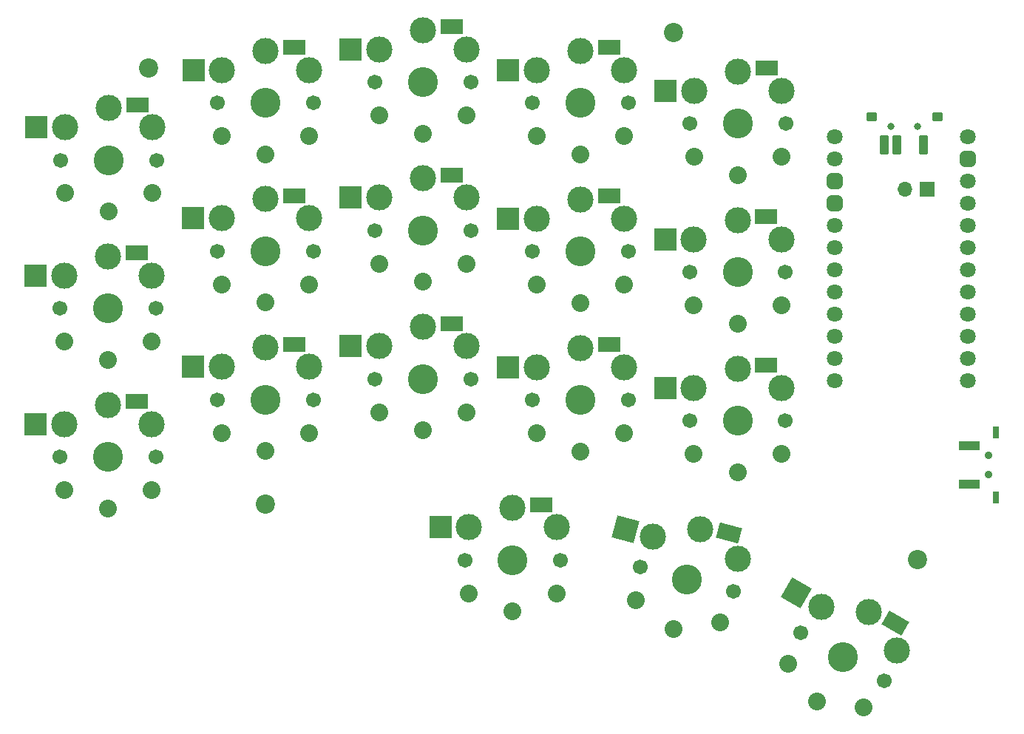
<source format=gbr>
%TF.GenerationSoftware,KiCad,Pcbnew,8.0.4*%
%TF.CreationDate,2024-09-03T01:42:14+07:00*%
%TF.ProjectId,chocowi36-rounded,63686f63-6f77-4693-9336-2d726f756e64,rev?*%
%TF.SameCoordinates,Original*%
%TF.FileFunction,Soldermask,Top*%
%TF.FilePolarity,Negative*%
%FSLAX46Y46*%
G04 Gerber Fmt 4.6, Leading zero omitted, Abs format (unit mm)*
G04 Created by KiCad (PCBNEW 8.0.4) date 2024-09-03 01:42:14*
%MOMM*%
%LPD*%
G01*
G04 APERTURE LIST*
G04 Aperture macros list*
%AMRoundRect*
0 Rectangle with rounded corners*
0 $1 Rounding radius*
0 $2 $3 $4 $5 $6 $7 $8 $9 X,Y pos of 4 corners*
0 Add a 4 corners polygon primitive as box body*
4,1,4,$2,$3,$4,$5,$6,$7,$8,$9,$2,$3,0*
0 Add four circle primitives for the rounded corners*
1,1,$1+$1,$2,$3*
1,1,$1+$1,$4,$5*
1,1,$1+$1,$6,$7*
1,1,$1+$1,$8,$9*
0 Add four rect primitives between the rounded corners*
20,1,$1+$1,$2,$3,$4,$5,0*
20,1,$1+$1,$4,$5,$6,$7,0*
20,1,$1+$1,$6,$7,$8,$9,0*
20,1,$1+$1,$8,$9,$2,$3,0*%
%AMRotRect*
0 Rectangle, with rotation*
0 The origin of the aperture is its center*
0 $1 length*
0 $2 width*
0 $3 Rotation angle, in degrees counterclockwise*
0 Add horizontal line*
21,1,$1,$2,0,0,$3*%
G04 Aperture macros list end*
%ADD10C,1.701800*%
%ADD11C,3.000000*%
%ADD12C,3.429000*%
%ADD13C,2.032000*%
%ADD14R,2.625000X1.800000*%
%ADD15R,2.600000X2.600000*%
%ADD16RotRect,2.625000X1.800000X345.000000*%
%ADD17RotRect,2.600000X2.600000X345.000000*%
%ADD18RotRect,2.625000X1.800000X330.000000*%
%ADD19RotRect,2.600000X2.600000X330.000000*%
%ADD20C,2.200000*%
%ADD21C,0.800000*%
%ADD22RoundRect,0.101600X-0.400000X-1.000000X0.400000X-1.000000X0.400000X1.000000X-0.400000X1.000000X0*%
%ADD23RoundRect,0.101600X-0.500000X-0.400000X0.500000X-0.400000X0.500000X0.400000X-0.500000X0.400000X0*%
%ADD24C,0.900000*%
%ADD25R,2.435000X1.100000*%
%ADD26R,0.800000X1.450000*%
%ADD27O,1.700000X1.700000*%
%ADD28R,1.700000X1.700000*%
%ADD29C,1.800000*%
%ADD30RoundRect,0.450000X0.450000X0.450000X-0.450000X0.450000X-0.450000X-0.450000X0.450000X-0.450000X0*%
G04 APERTURE END LIST*
D10*
%TO.C,SW2*%
X80410000Y-65580000D03*
D11*
X80910000Y-61830000D03*
X85910000Y-59630000D03*
D12*
X85910000Y-65580000D03*
D11*
X90910000Y-61830000D03*
D10*
X91410000Y-65580000D03*
D13*
X85910000Y-71480000D03*
D14*
X89197500Y-59230000D03*
D15*
X77635000Y-61830000D03*
D13*
X80910000Y-69380000D03*
X90910000Y-69380000D03*
%TD*%
D10*
%TO.C,SW3*%
X98410000Y-59020000D03*
D11*
X98910000Y-55270000D03*
X103910000Y-53070000D03*
D12*
X103910000Y-59020000D03*
D11*
X108910000Y-55270000D03*
D10*
X109410000Y-59020000D03*
D13*
X103910000Y-64920000D03*
D14*
X107197500Y-52670000D03*
D15*
X95635000Y-55270000D03*
D13*
X98910000Y-62820000D03*
X108910000Y-62820000D03*
%TD*%
D10*
%TO.C,SW4*%
X116410000Y-56660000D03*
D11*
X116910000Y-52910000D03*
X121910000Y-50710000D03*
D12*
X121910000Y-56660000D03*
D11*
X126910000Y-52910000D03*
D10*
X127410000Y-56660000D03*
D13*
X121910000Y-62560000D03*
D14*
X125197500Y-50310000D03*
D15*
X113635000Y-52910000D03*
D13*
X116910000Y-60460000D03*
X126910000Y-60460000D03*
%TD*%
D10*
%TO.C,SW5*%
X134454000Y-59020000D03*
D11*
X134954000Y-55270000D03*
X139954000Y-53070000D03*
D12*
X139954000Y-59020000D03*
D11*
X144954000Y-55270000D03*
D10*
X145454000Y-59020000D03*
D13*
X139954000Y-64920000D03*
D14*
X143241500Y-52670000D03*
D15*
X131679000Y-55270000D03*
D13*
X134954000Y-62820000D03*
X144954000Y-62820000D03*
%TD*%
D10*
%TO.C,SW6*%
X152488000Y-61400000D03*
D11*
X152988000Y-57650000D03*
X157988000Y-55450000D03*
D12*
X157988000Y-61400000D03*
D11*
X162988000Y-57650000D03*
D10*
X163488000Y-61400000D03*
D13*
X157988000Y-67300000D03*
D14*
X161275500Y-55050000D03*
D15*
X149713000Y-57650000D03*
D13*
X152988000Y-65200000D03*
X162988000Y-65200000D03*
%TD*%
D10*
%TO.C,SW8*%
X80352000Y-82550000D03*
D11*
X80852000Y-78800000D03*
X85852000Y-76600000D03*
D12*
X85852000Y-82550000D03*
D11*
X90852000Y-78800000D03*
D10*
X91352000Y-82550000D03*
D13*
X85852000Y-88450000D03*
D14*
X89139500Y-76200000D03*
D15*
X77577000Y-78800000D03*
D13*
X80852000Y-86350000D03*
X90852000Y-86350000D03*
%TD*%
D10*
%TO.C,SW9*%
X98370000Y-76010000D03*
D11*
X98870000Y-72260000D03*
X103870000Y-70060000D03*
D12*
X103870000Y-76010000D03*
D11*
X108870000Y-72260000D03*
D10*
X109370000Y-76010000D03*
D13*
X103870000Y-81910000D03*
D14*
X107157500Y-69660000D03*
D15*
X95595000Y-72260000D03*
D13*
X98870000Y-79810000D03*
X108870000Y-79810000D03*
%TD*%
D10*
%TO.C,SW10*%
X116410000Y-73640000D03*
D11*
X116910000Y-69890000D03*
X121910000Y-67690000D03*
D12*
X121910000Y-73640000D03*
D11*
X126910000Y-69890000D03*
D10*
X127410000Y-73640000D03*
D13*
X121910000Y-79540000D03*
D14*
X125197500Y-67290000D03*
D15*
X113635000Y-69890000D03*
D13*
X116910000Y-77440000D03*
X126910000Y-77440000D03*
%TD*%
D10*
%TO.C,SW11*%
X134454000Y-76032000D03*
D11*
X134954000Y-72282000D03*
X139954000Y-70082000D03*
D12*
X139954000Y-76032000D03*
D11*
X144954000Y-72282000D03*
D10*
X145454000Y-76032000D03*
D13*
X139954000Y-81932000D03*
D14*
X143241500Y-69682000D03*
D15*
X131679000Y-72282000D03*
D13*
X134954000Y-79832000D03*
X144954000Y-79832000D03*
%TD*%
D10*
%TO.C,SW12*%
X152440000Y-78440000D03*
D11*
X152940000Y-74690000D03*
X157940000Y-72490000D03*
D12*
X157940000Y-78440000D03*
D11*
X162940000Y-74690000D03*
D10*
X163440000Y-78440000D03*
D13*
X157940000Y-84340000D03*
D14*
X161227500Y-72090000D03*
D15*
X149665000Y-74690000D03*
D13*
X152940000Y-82240000D03*
X162940000Y-82240000D03*
%TD*%
D10*
%TO.C,SW14*%
X80352000Y-99568000D03*
D11*
X80852000Y-95818000D03*
X85852000Y-93618000D03*
D12*
X85852000Y-99568000D03*
D11*
X90852000Y-95818000D03*
D10*
X91352000Y-99568000D03*
D13*
X85852000Y-105468000D03*
D14*
X89139500Y-93218000D03*
D15*
X77577000Y-95818000D03*
D13*
X80852000Y-103368000D03*
X90852000Y-103368000D03*
%TD*%
D10*
%TO.C,SW15*%
X98370000Y-93028000D03*
D11*
X98870000Y-89278000D03*
X103870000Y-87078000D03*
D12*
X103870000Y-93028000D03*
D11*
X108870000Y-89278000D03*
D10*
X109370000Y-93028000D03*
D13*
X103870000Y-98928000D03*
D14*
X107157500Y-86678000D03*
D15*
X95595000Y-89278000D03*
D13*
X98870000Y-96828000D03*
X108870000Y-96828000D03*
%TD*%
D10*
%TO.C,SW16*%
X116410000Y-90658000D03*
D11*
X116910000Y-86908000D03*
X121910000Y-84708000D03*
D12*
X121910000Y-90658000D03*
D11*
X126910000Y-86908000D03*
D10*
X127410000Y-90658000D03*
D13*
X121910000Y-96558000D03*
D14*
X125197500Y-84308000D03*
D15*
X113635000Y-86908000D03*
D13*
X116910000Y-94458000D03*
X126910000Y-94458000D03*
%TD*%
D10*
%TO.C,SW17*%
X134454000Y-93050000D03*
D11*
X134954000Y-89300000D03*
X139954000Y-87100000D03*
D12*
X139954000Y-93050000D03*
D11*
X144954000Y-89300000D03*
D10*
X145454000Y-93050000D03*
D13*
X139954000Y-98950000D03*
D14*
X143241500Y-86700000D03*
D15*
X131679000Y-89300000D03*
D13*
X134954000Y-96850000D03*
X144954000Y-96850000D03*
%TD*%
D10*
%TO.C,SW18*%
X152440000Y-95458000D03*
D11*
X152940001Y-91708000D03*
X157940000Y-89508000D03*
D12*
X157940000Y-95458000D03*
D11*
X162939999Y-91708000D03*
D10*
X163440000Y-95458000D03*
D13*
X157940000Y-101358000D03*
D14*
X161227500Y-89107999D03*
D15*
X149665000Y-91708000D03*
D13*
X152940000Y-99258000D03*
X162940000Y-99258000D03*
%TD*%
D10*
%TO.C,SW20*%
X146832676Y-112172375D03*
D11*
X148286210Y-108679563D03*
X153685241Y-107848621D03*
D12*
X152145268Y-113595880D03*
D11*
X157945469Y-111267753D03*
D10*
X157457860Y-115019385D03*
D13*
X150618236Y-119294842D03*
D16*
X156964250Y-108313119D03*
D17*
X145122803Y-107831931D03*
D13*
X146332126Y-115972303D03*
X155991385Y-118560493D03*
%TD*%
D10*
%TO.C,SW21*%
X165206860Y-119760451D03*
D11*
X167514873Y-116762857D03*
X172945000Y-117357600D03*
D12*
X169970000Y-122510451D03*
D11*
X176175127Y-121762856D03*
D10*
X174733140Y-125260451D03*
D13*
X167020000Y-127620000D03*
D18*
X175992059Y-118654940D03*
D19*
X164678640Y-115125356D03*
D13*
X163739873Y-123301349D03*
X172400127Y-128301348D03*
%TD*%
D20*
%TO.C,H4*%
X178560000Y-111330000D03*
%TD*%
%TO.C,*%
X103910000Y-105000000D03*
%TD*%
%TO.C,H1*%
X90500000Y-55020000D03*
%TD*%
D10*
%TO.C,SW19*%
X126700000Y-111400000D03*
D11*
X127200001Y-107650000D03*
X132200000Y-105450000D03*
D12*
X132200000Y-111400000D03*
D11*
X137199999Y-107650000D03*
D10*
X137700000Y-111400000D03*
D13*
X132200000Y-117300000D03*
D14*
X135487500Y-105049999D03*
D15*
X123925000Y-107650000D03*
D13*
X127200000Y-115200000D03*
X137200000Y-115200000D03*
%TD*%
D21*
%TO.C,SW_POWER1*%
X178550000Y-61725001D03*
X175550000Y-61725001D03*
D22*
X174727000Y-63825001D03*
X179227000Y-63825001D03*
X176227000Y-63825001D03*
D23*
X180800000Y-60600000D03*
X173300000Y-60600000D03*
%TD*%
D24*
%TO.C,SW_RST1*%
X186650000Y-101600000D03*
X186650000Y-99400000D03*
D25*
X184467500Y-102700000D03*
X184467500Y-98300000D03*
D26*
X187550000Y-104200001D03*
X187550000Y-96799999D03*
%TD*%
D27*
%TO.C,BT1*%
X177129999Y-68900000D03*
D28*
X179670001Y-68900000D03*
%TD*%
D20*
%TO.C,*%
X150580000Y-50970000D03*
%TD*%
D29*
%TO.C,U1*%
X169060000Y-62920000D03*
X169060000Y-65460000D03*
D30*
X169060000Y-68000000D03*
X169060000Y-70540000D03*
D29*
X169060000Y-73080000D03*
X169060000Y-75620000D03*
X169060000Y-78160000D03*
X169060000Y-80700000D03*
X169060000Y-83240000D03*
X169060000Y-85780000D03*
X169060000Y-88320000D03*
X169060000Y-90860000D03*
X184300000Y-90860000D03*
X184300000Y-88320000D03*
X184300000Y-85780000D03*
X184300000Y-83240000D03*
X184300000Y-80700000D03*
X184300000Y-78160000D03*
X184300000Y-75620000D03*
X184300000Y-73080000D03*
X184300000Y-70540000D03*
X184300000Y-68000000D03*
D30*
X184300000Y-65460000D03*
D29*
X184280000Y-62890000D03*
%TD*%
M02*

</source>
